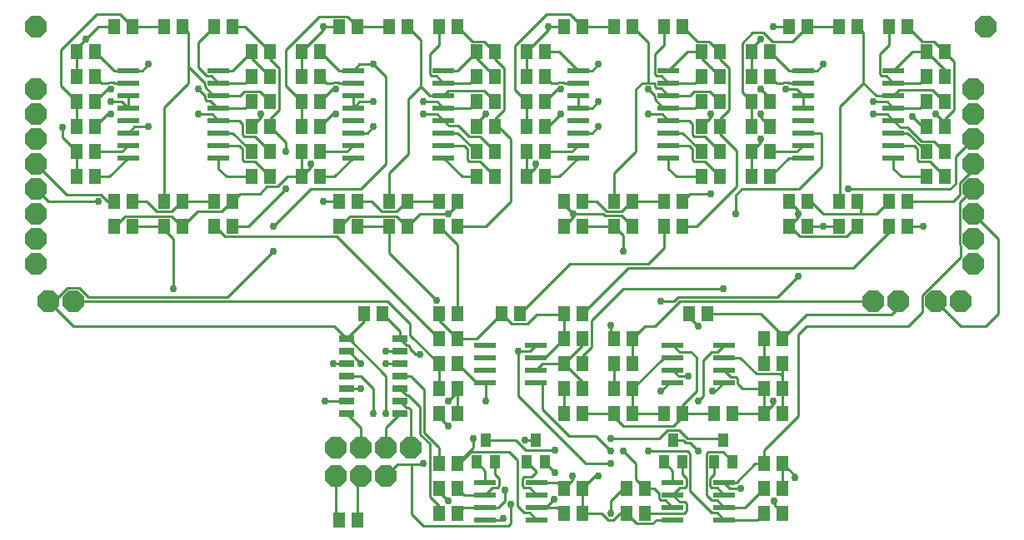
<source format=gbr>
G04 EAGLE Gerber RS-274X export*
G75*
%MOMM*%
%FSLAX34Y34*%
%LPD*%
%INTop Copper*%
%IPPOS*%
%AMOC8*
5,1,8,0,0,1.08239X$1,22.5*%
G01*
%ADD10P,2.336880X8X22.500000*%
%ADD11R,1.300000X1.500000*%
%ADD12R,2.200000X0.600000*%
%ADD13R,1.000000X1.400000*%
%ADD14R,1.528000X0.650000*%
%ADD15C,0.254000*%
%ADD16C,0.756400*%


D10*
X977900Y355600D03*
X977900Y279400D03*
X25400Y457200D03*
D11*
X352400Y317500D03*
X333400Y317500D03*
X123800Y317500D03*
X104800Y317500D03*
X784200Y76200D03*
X765200Y76200D03*
X581000Y50800D03*
X562000Y50800D03*
X631800Y177800D03*
X612800Y177800D03*
X663600Y127000D03*
X682600Y127000D03*
X784200Y177800D03*
X765200Y177800D03*
X765200Y152400D03*
X784200Y152400D03*
X771500Y368300D03*
X752500Y368300D03*
X771500Y393700D03*
X752500Y393700D03*
X771500Y469900D03*
X752500Y469900D03*
X542900Y368300D03*
X523900Y368300D03*
X542900Y393700D03*
X523900Y393700D03*
X542900Y469900D03*
X523900Y469900D03*
X314300Y368300D03*
X295300Y368300D03*
X314300Y393700D03*
X295300Y393700D03*
X314300Y469900D03*
X295300Y469900D03*
X85700Y368300D03*
X66700Y368300D03*
X85700Y393700D03*
X66700Y393700D03*
X85700Y469900D03*
X66700Y469900D03*
X771500Y495300D03*
X752500Y495300D03*
X720700Y368300D03*
X701700Y368300D03*
X720700Y393700D03*
X701700Y393700D03*
X492100Y368300D03*
X473100Y368300D03*
X492100Y393700D03*
X473100Y393700D03*
X263500Y368300D03*
X244500Y368300D03*
X263500Y393700D03*
X244500Y393700D03*
X949300Y368300D03*
X930300Y368300D03*
X949300Y393700D03*
X930300Y393700D03*
X949300Y469900D03*
X930300Y469900D03*
X949300Y444500D03*
X930300Y444500D03*
X720700Y469900D03*
X701700Y469900D03*
X720700Y444500D03*
X701700Y444500D03*
X492100Y469900D03*
X473100Y469900D03*
X492100Y444500D03*
X473100Y444500D03*
X263500Y469900D03*
X244500Y469900D03*
X263500Y444500D03*
X244500Y444500D03*
X809600Y520700D03*
X790600Y520700D03*
X581000Y520700D03*
X562000Y520700D03*
X352400Y520700D03*
X333400Y520700D03*
X123800Y520700D03*
X104800Y520700D03*
X581000Y127000D03*
X562000Y127000D03*
X930300Y419100D03*
X949300Y419100D03*
X892200Y342900D03*
X911200Y342900D03*
X581000Y342900D03*
X562000Y342900D03*
X435000Y342900D03*
X454000Y342900D03*
X206400Y342900D03*
X225400Y342900D03*
X498500Y228600D03*
X517500Y228600D03*
X562000Y228600D03*
X581000Y228600D03*
X435000Y228600D03*
X454000Y228600D03*
X454000Y203200D03*
X435000Y203200D03*
X809600Y342900D03*
X790600Y342900D03*
X663600Y342900D03*
X682600Y342900D03*
X454000Y127000D03*
X435000Y127000D03*
X352400Y342900D03*
X333400Y342900D03*
X123800Y342900D03*
X104800Y342900D03*
X542900Y495300D03*
X523900Y495300D03*
X314300Y495300D03*
X295300Y495300D03*
X85700Y495300D03*
X66700Y495300D03*
X841400Y317500D03*
X860400Y317500D03*
X358800Y228600D03*
X377800Y228600D03*
X612800Y317500D03*
X631800Y317500D03*
D10*
X25400Y330200D03*
X25400Y431800D03*
X25400Y406400D03*
X977900Y431800D03*
X977900Y304800D03*
X25400Y520700D03*
X990600Y520700D03*
X965200Y241300D03*
D12*
X672500Y184150D03*
X724500Y184150D03*
X672500Y196850D03*
X672500Y171450D03*
X672500Y158750D03*
X724500Y196850D03*
X724500Y171450D03*
X724500Y158750D03*
X672500Y44450D03*
X724500Y44450D03*
X672500Y57150D03*
X672500Y31750D03*
X672500Y19050D03*
X724500Y57150D03*
X724500Y31750D03*
X724500Y19050D03*
X482000Y44450D03*
X534000Y44450D03*
X482000Y57150D03*
X482000Y31750D03*
X482000Y19050D03*
X534000Y57150D03*
X534000Y31750D03*
X534000Y19050D03*
D10*
X876300Y241300D03*
X977900Y457200D03*
X901700Y241300D03*
X977900Y381000D03*
X977900Y406400D03*
X25400Y355600D03*
X25400Y381000D03*
D12*
X804900Y463550D03*
X896900Y438150D03*
X804900Y476250D03*
X804900Y450850D03*
X804900Y438150D03*
X896900Y450850D03*
X896900Y425450D03*
X896900Y412750D03*
X804900Y412750D03*
X896900Y387350D03*
X804900Y425450D03*
X804900Y400050D03*
X896900Y400050D03*
X804900Y387350D03*
X896900Y463550D03*
X896900Y476250D03*
X576300Y463550D03*
X668300Y438150D03*
X576300Y476250D03*
X576300Y450850D03*
X576300Y438150D03*
X668300Y450850D03*
X668300Y425450D03*
X668300Y412750D03*
X576300Y412750D03*
X668300Y387350D03*
X576300Y425450D03*
X576300Y400050D03*
X668300Y400050D03*
X576300Y387350D03*
X668300Y463550D03*
X668300Y476250D03*
X347700Y463550D03*
X439700Y438150D03*
X347700Y476250D03*
X347700Y450850D03*
X347700Y438150D03*
X439700Y450850D03*
X439700Y425450D03*
X439700Y412750D03*
X347700Y412750D03*
X439700Y387350D03*
X347700Y425450D03*
X347700Y400050D03*
X439700Y400050D03*
X347700Y387350D03*
X439700Y463550D03*
X439700Y476250D03*
X119100Y463550D03*
X211100Y438150D03*
X119100Y476250D03*
X119100Y450850D03*
X119100Y438150D03*
X211100Y450850D03*
X211100Y425450D03*
X211100Y412750D03*
X119100Y412750D03*
X211100Y387350D03*
X119100Y425450D03*
X119100Y400050D03*
X211100Y400050D03*
X119100Y387350D03*
X211100Y463550D03*
X211100Y476250D03*
D13*
X673100Y99900D03*
X682600Y77900D03*
X663600Y77900D03*
X723900Y99900D03*
X733400Y77900D03*
X714400Y77900D03*
X482600Y99900D03*
X492100Y77900D03*
X473100Y77900D03*
X533400Y99900D03*
X542900Y77900D03*
X523900Y77900D03*
D11*
X435000Y177800D03*
X454000Y177800D03*
X454000Y152400D03*
X435000Y152400D03*
X625500Y50800D03*
X644500Y50800D03*
X562000Y317500D03*
X581000Y317500D03*
X625500Y25400D03*
X644500Y25400D03*
X765200Y25400D03*
X784200Y25400D03*
X809600Y317500D03*
X790600Y317500D03*
X765200Y50800D03*
X784200Y50800D03*
X435000Y25400D03*
X454000Y25400D03*
X403200Y317500D03*
X384200Y317500D03*
X435000Y50800D03*
X454000Y50800D03*
X454000Y76200D03*
X435000Y76200D03*
X155600Y317500D03*
X174600Y317500D03*
X562000Y25400D03*
X581000Y25400D03*
X612800Y152400D03*
X631800Y152400D03*
X612800Y203200D03*
X631800Y203200D03*
X612800Y127000D03*
X631800Y127000D03*
X765200Y203200D03*
X784200Y203200D03*
X689000Y228600D03*
X708000Y228600D03*
X784200Y127000D03*
X765200Y127000D03*
X733400Y127000D03*
X714400Y127000D03*
X930300Y495300D03*
X949300Y495300D03*
X892200Y520700D03*
X911200Y520700D03*
X860400Y520700D03*
X841400Y520700D03*
X771500Y444500D03*
X752500Y444500D03*
X771500Y419100D03*
X752500Y419100D03*
X701700Y495300D03*
X720700Y495300D03*
X663600Y520700D03*
X682600Y520700D03*
X631800Y520700D03*
X612800Y520700D03*
X542900Y444500D03*
X523900Y444500D03*
X542900Y419100D03*
X523900Y419100D03*
X473100Y495300D03*
X492100Y495300D03*
X435000Y520700D03*
X454000Y520700D03*
X403200Y520700D03*
X384200Y520700D03*
X314300Y444500D03*
X295300Y444500D03*
X314300Y419100D03*
X295300Y419100D03*
X244500Y495300D03*
X263500Y495300D03*
X206400Y520700D03*
X225400Y520700D03*
X174600Y520700D03*
X155600Y520700D03*
X85700Y444500D03*
X66700Y444500D03*
X85700Y419100D03*
X66700Y419100D03*
X562000Y203200D03*
X581000Y203200D03*
X841400Y342900D03*
X860400Y342900D03*
X612800Y342900D03*
X631800Y342900D03*
X384200Y342900D03*
X403200Y342900D03*
X155600Y342900D03*
X174600Y342900D03*
X562000Y177800D03*
X581000Y177800D03*
D10*
X939800Y241300D03*
X977900Y330200D03*
X38100Y241300D03*
X63500Y241300D03*
X25400Y279400D03*
D14*
X341190Y203200D03*
X341190Y190500D03*
X341190Y177800D03*
X341190Y165100D03*
X341190Y152400D03*
X341190Y139700D03*
X341190Y127000D03*
X395410Y127000D03*
X395410Y139700D03*
X395410Y152400D03*
X395410Y165100D03*
X395410Y177800D03*
X395410Y190500D03*
X395410Y203200D03*
D10*
X25400Y304800D03*
X355600Y92710D03*
X381000Y92710D03*
X406400Y92710D03*
X330200Y92710D03*
X381000Y63500D03*
X330200Y63500D03*
X355600Y63500D03*
D11*
X352400Y19050D03*
X333400Y19050D03*
D12*
X481400Y184150D03*
X533400Y184150D03*
X481400Y196850D03*
X481400Y171450D03*
X481400Y158750D03*
X533400Y196850D03*
X533400Y171450D03*
X533400Y158750D03*
D11*
X701700Y419100D03*
X720700Y419100D03*
X473100Y419100D03*
X492100Y419100D03*
X244500Y419100D03*
X263500Y419100D03*
X911200Y317500D03*
X892200Y317500D03*
X663600Y317500D03*
X682600Y317500D03*
X435000Y317500D03*
X454000Y317500D03*
X206400Y317500D03*
X225400Y317500D03*
X581000Y152400D03*
X562000Y152400D03*
D15*
X581000Y50800D02*
X581000Y25400D01*
X606876Y18824D02*
X612324Y18824D01*
X600300Y25400D02*
X581000Y25400D01*
X618900Y25400D02*
X625500Y25400D01*
X606876Y18824D02*
X600300Y25400D01*
X612324Y18824D02*
X618900Y25400D01*
X656101Y19050D02*
X672500Y19050D01*
X656101Y19050D02*
X652157Y15106D01*
X635794Y15106D01*
X625500Y25400D01*
X790600Y311100D02*
X790600Y317500D01*
X804900Y438150D02*
X804900Y450850D01*
X523900Y393700D02*
X523900Y368300D01*
X576300Y438150D02*
X576300Y450850D01*
X562000Y342900D02*
X562000Y339926D01*
X571500Y330426D01*
D16*
X571500Y330426D03*
D15*
X533400Y377800D02*
X523900Y368300D01*
X533400Y377800D02*
X533400Y381000D01*
D16*
X533400Y381000D03*
D15*
X347700Y438150D02*
X347700Y450850D01*
X752500Y495300D02*
X752500Y498500D01*
X762000Y508000D01*
D16*
X762000Y508000D03*
D15*
X119100Y450850D02*
X119100Y438150D01*
X66700Y495300D02*
X66700Y498500D01*
X76200Y508000D01*
D16*
X76200Y508000D03*
D15*
X88900Y520700D02*
X104800Y520700D01*
X88900Y520700D02*
X76200Y508000D01*
X581000Y50800D02*
X593700Y63500D01*
X596900Y63500D01*
D16*
X596900Y63500D03*
D15*
X784200Y50800D02*
X784200Y76200D01*
X796290Y64110D01*
X796290Y62230D01*
D16*
X796290Y62230D03*
D15*
X435000Y50800D02*
X435000Y47600D01*
X444500Y38100D01*
D16*
X444500Y38100D03*
D15*
X482000Y19050D02*
X498884Y19050D01*
X500380Y20546D01*
D16*
X500380Y20546D03*
D15*
X800100Y333400D02*
X790600Y342900D01*
X800100Y333400D02*
X800100Y330200D01*
D16*
X800100Y330200D03*
D15*
X752500Y368300D02*
X752500Y393700D01*
X762000Y403200D02*
X762000Y406400D01*
X762000Y403200D02*
X752500Y393700D01*
D16*
X762000Y406400D03*
D15*
X804900Y450850D02*
X798550Y457200D01*
X787400Y457200D01*
D16*
X787400Y457200D03*
D15*
X119100Y438150D02*
X112750Y444500D01*
X101600Y444500D01*
D16*
X101600Y444500D03*
D15*
X52443Y407957D02*
X66700Y393700D01*
X52443Y407957D02*
X52443Y418203D01*
D16*
X52443Y418203D03*
D15*
X104800Y517500D02*
X104800Y520700D01*
X454000Y342900D02*
X454000Y339700D01*
X444500Y330200D01*
D16*
X444500Y330200D03*
D15*
X669290Y158750D02*
X672500Y158750D01*
X669290Y158750D02*
X660400Y149860D01*
D16*
X660400Y149860D03*
D15*
X66700Y368300D02*
X66700Y393700D01*
X774700Y520700D02*
X790600Y520700D01*
D16*
X774700Y520700D03*
D15*
X689000Y225400D02*
X698500Y215900D01*
X689000Y225400D02*
X689000Y228600D01*
D16*
X698500Y215900D03*
D15*
X562000Y520700D02*
X546100Y520700D01*
D16*
X546100Y520700D03*
D15*
X295300Y368300D02*
X294151Y368300D01*
X295300Y368300D02*
X295300Y393700D01*
X252730Y350520D02*
X233020Y350520D01*
X225400Y342900D01*
X317500Y520700D02*
X333400Y520700D01*
D16*
X317500Y520700D03*
D15*
X609600Y206400D02*
X612800Y203200D01*
X609600Y206400D02*
X609600Y217170D01*
D16*
X609600Y217170D03*
D15*
X395410Y210990D02*
X377800Y228600D01*
X395410Y210990D02*
X395410Y203200D01*
X330200Y22250D02*
X333400Y19050D01*
X330200Y22250D02*
X330200Y63500D01*
X523900Y495300D02*
X546100Y517500D01*
X546100Y520700D01*
X576300Y438150D02*
X590550Y438150D01*
X596900Y444500D01*
D16*
X596900Y444500D03*
D15*
X317500Y517500D02*
X295300Y495300D01*
X317500Y517500D02*
X317500Y520700D01*
X295300Y495300D02*
X295300Y469900D01*
X523900Y469900D02*
X523900Y495300D01*
X752500Y495300D02*
X752500Y469900D01*
X66700Y469900D02*
X66700Y495300D01*
X701700Y419100D02*
X711200Y428600D01*
X711200Y431800D01*
D16*
X711200Y431800D03*
D15*
X473100Y422300D02*
X473100Y419100D01*
X473100Y422300D02*
X482600Y431800D01*
D16*
X482600Y431800D03*
D15*
X254000Y428600D02*
X244500Y419100D01*
X254000Y428600D02*
X254000Y431800D01*
D16*
X254000Y431800D03*
D15*
X925830Y419100D02*
X930300Y419100D01*
X925830Y419100D02*
X915670Y429260D01*
D16*
X915670Y429260D03*
D15*
X260216Y358006D02*
X252730Y350520D01*
X260216Y358006D02*
X271157Y358006D01*
X281451Y368300D02*
X295300Y368300D01*
X281451Y368300D02*
X271157Y358006D01*
X333400Y317500D02*
X334449Y317500D01*
X402151Y317500D02*
X403200Y317500D01*
X344743Y327794D02*
X334449Y317500D01*
X391857Y327794D02*
X402151Y317500D01*
X391857Y327794D02*
X344743Y327794D01*
X403200Y317500D02*
X415900Y330200D01*
X444500Y330200D01*
X105849Y317500D02*
X104800Y317500D01*
X173551Y317500D02*
X174600Y317500D01*
X116143Y327794D02*
X105849Y317500D01*
X163257Y327794D02*
X173551Y317500D01*
X163257Y327794D02*
X116143Y327794D01*
X224351Y342900D02*
X225400Y342900D01*
X224351Y342900D02*
X214057Y332606D01*
X189706Y332606D02*
X174600Y317500D01*
X189706Y332606D02*
X214057Y332606D01*
X790600Y317500D02*
X800100Y327000D01*
X800100Y330200D01*
X859351Y317500D02*
X860400Y317500D01*
X791649Y317500D02*
X790600Y317500D01*
X849057Y307206D02*
X859351Y317500D01*
X801943Y307206D02*
X791649Y317500D01*
X801943Y307206D02*
X849057Y307206D01*
X631800Y317500D02*
X620758Y328542D01*
X603459Y328542D02*
X601575Y330426D01*
X571500Y330426D01*
X603459Y328542D02*
X620758Y328542D01*
X571500Y327000D02*
X562000Y317500D01*
X571500Y327000D02*
X571500Y330426D01*
X304800Y377800D02*
X295300Y368300D01*
X304800Y377800D02*
X304800Y381000D01*
D16*
X304800Y381000D03*
D15*
X347700Y438150D02*
X354050Y444500D01*
X368300Y444500D01*
D16*
X368300Y444500D03*
D15*
X454000Y177800D02*
X473050Y158750D01*
X481400Y158750D01*
X482600Y157550D01*
X482600Y139700D01*
D16*
X482600Y139700D03*
D15*
X416050Y187450D02*
X411160Y187450D01*
D16*
X416050Y187450D03*
D15*
X402066Y196544D02*
X395410Y203200D01*
X402066Y196544D02*
X404207Y196544D01*
X405844Y194907D01*
X405844Y192766D01*
X411160Y187450D01*
D16*
X698500Y139700D03*
D15*
X712343Y189944D02*
X717594Y189944D01*
X724500Y196850D01*
X703580Y181181D02*
X703580Y144780D01*
X698500Y139700D01*
X703580Y181181D02*
X712343Y189944D01*
D16*
X609600Y76200D03*
X515620Y190500D03*
D15*
X527050Y190500D01*
X533400Y196850D01*
X515620Y190500D02*
X515620Y144780D01*
X584200Y76200D02*
X609600Y76200D01*
X584200Y76200D02*
X515620Y144780D01*
X756250Y76200D02*
X765200Y76200D01*
X756250Y76200D02*
X737200Y57150D01*
X724500Y57150D01*
X555650Y57150D02*
X534000Y57150D01*
X555650Y57150D02*
X562000Y50800D01*
X724500Y57150D02*
X730850Y50800D01*
X741680Y50800D01*
D16*
X741680Y50800D03*
X570230Y63500D03*
D15*
X790550Y476250D02*
X771500Y495300D01*
X790550Y476250D02*
X804900Y476250D01*
X819150Y476250D02*
X825500Y482600D01*
X819150Y476250D02*
X804900Y476250D01*
D16*
X825500Y482600D03*
D15*
X596900Y482600D02*
X590550Y476250D01*
X576300Y476250D01*
D16*
X596900Y482600D03*
D15*
X354050Y482600D02*
X347700Y476250D01*
X354050Y482600D02*
X368300Y482600D01*
D16*
X368300Y482600D03*
D15*
X104750Y476250D02*
X85700Y495300D01*
X104750Y476250D02*
X119100Y476250D01*
X133350Y476250D02*
X139700Y482600D01*
X133350Y476250D02*
X119100Y476250D01*
D16*
X139700Y482600D03*
D15*
X570230Y63500D02*
X570230Y59030D01*
X562000Y50800D01*
D16*
X507774Y34924D03*
D15*
X507774Y15014D01*
X505460Y12700D01*
X419100Y12700D01*
X911860Y215900D02*
X926211Y230251D01*
X808258Y215900D02*
X799844Y207486D01*
X799844Y124693D01*
X765200Y90049D02*
X765200Y76200D01*
X765200Y90049D02*
X799844Y124693D01*
X808258Y215900D02*
X911860Y215900D01*
X358800Y220810D02*
X341190Y203200D01*
X358800Y220810D02*
X358800Y228600D01*
D16*
X381000Y127000D03*
D15*
X381000Y165531D02*
X343331Y203200D01*
X341190Y203200D01*
X381000Y165531D02*
X381000Y127000D01*
D16*
X419100Y76200D03*
D15*
X392811Y75311D02*
X381000Y63500D01*
X392811Y75311D02*
X407289Y75311D01*
X407289Y24511D02*
X419100Y12700D01*
X407289Y24511D02*
X407289Y75311D01*
X333350Y476250D02*
X314300Y495300D01*
X333350Y476250D02*
X347700Y476250D01*
X542900Y495300D02*
X557250Y495300D01*
X576300Y476250D01*
X435000Y127000D02*
X435000Y123800D01*
X444500Y114300D01*
D16*
X444500Y114300D03*
D15*
X63500Y215900D02*
X38100Y241300D01*
X328490Y215900D02*
X341190Y203200D01*
X328490Y215900D02*
X63500Y215900D01*
X964311Y299171D02*
X965200Y298282D01*
X964311Y299171D02*
X964311Y342011D01*
X977900Y355600D01*
X926211Y246929D02*
X926211Y230251D01*
X926211Y246929D02*
X965200Y285918D01*
X965200Y298282D01*
X381000Y469900D02*
X368300Y482600D01*
X381000Y469900D02*
X381000Y381000D01*
X355600Y355600D02*
X304800Y355600D01*
X266700Y317500D01*
D16*
X266700Y317500D03*
X266700Y292100D03*
D15*
X219964Y245364D01*
X69129Y254889D02*
X57871Y254889D01*
X78654Y245364D02*
X219964Y245364D01*
X44282Y241300D02*
X38100Y241300D01*
X69129Y254889D02*
X78654Y245364D01*
X57871Y254889D02*
X44282Y241300D01*
X355600Y355600D02*
X381000Y381000D01*
X407289Y75311D02*
X418211Y75311D01*
X419100Y76200D01*
D16*
X712470Y149860D03*
D15*
X715610Y149860D01*
X724500Y158750D01*
D16*
X688340Y165100D03*
D15*
X678850Y165100D02*
X672500Y171450D01*
X678850Y165100D02*
X688340Y165100D01*
D16*
X609600Y88900D03*
D15*
X539750Y158750D02*
X533400Y158750D01*
X594494Y104006D02*
X609600Y88900D01*
X567043Y104006D02*
X540006Y131043D01*
X540006Y158494D02*
X539750Y158750D01*
X540006Y158494D02*
X540006Y131043D01*
X567043Y104006D02*
X594494Y104006D01*
X775236Y38100D02*
X775236Y34364D01*
X784200Y25400D01*
D16*
X775236Y38100D03*
D15*
X381000Y92710D02*
X381000Y112590D01*
X395410Y127000D01*
D16*
X609600Y25400D03*
D15*
X622300Y50800D02*
X625500Y50800D01*
X622300Y50800D02*
X609600Y38100D01*
X609600Y25400D01*
X404207Y133044D02*
X402066Y133044D01*
X395410Y139700D01*
X404207Y133044D02*
X406400Y130851D01*
X406400Y92710D01*
X402066Y145744D02*
X395410Y152400D01*
X402066Y145744D02*
X404207Y145744D01*
X435000Y32849D02*
X435000Y25400D01*
X435000Y32849D02*
X425706Y42143D01*
X425706Y96199D02*
X416052Y105853D01*
X416052Y133899D02*
X404207Y145744D01*
X416052Y133899D02*
X416052Y105853D01*
X425706Y96199D02*
X425706Y42143D01*
X406400Y165100D02*
X395410Y165100D01*
X420116Y151384D02*
X420116Y107537D01*
X435000Y92653D02*
X435000Y76200D01*
X435000Y92653D02*
X420116Y107537D01*
X420116Y151384D02*
X406400Y165100D01*
X454000Y152400D02*
X454000Y127000D01*
X355600Y152400D02*
X341190Y152400D01*
D16*
X355600Y152400D03*
X444500Y139700D03*
D15*
X454000Y149200D01*
X454000Y152400D01*
X435000Y152400D02*
X435000Y177800D01*
X405844Y206956D01*
X405844Y218507D01*
X383051Y241300D01*
X63500Y241300D01*
X644500Y50800D02*
X653450Y50800D01*
X665594Y38656D02*
X672500Y31750D01*
X665594Y38656D02*
X660343Y38656D01*
X658706Y40293D01*
X658706Y45544D01*
X653450Y50800D01*
D16*
X622300Y292100D03*
X622300Y89006D03*
D15*
X635000Y76306D01*
X635000Y60300D02*
X644500Y50800D01*
X635000Y60300D02*
X635000Y76306D01*
X612800Y317500D02*
X581000Y317500D01*
X612800Y317500D02*
X622300Y308000D01*
X622300Y292100D01*
X686294Y35907D02*
X686294Y27593D01*
X686294Y35907D02*
X684657Y37544D01*
X679406Y37544D01*
X672500Y44450D01*
X686294Y27593D02*
X684101Y25400D01*
X644500Y25400D01*
X686294Y52993D02*
X686294Y61307D01*
X686294Y52993D02*
X684657Y51356D01*
X679406Y51356D01*
X672500Y44450D01*
X682600Y65001D02*
X682600Y77900D01*
X682600Y65001D02*
X686294Y61307D01*
X672500Y57150D02*
X672500Y69000D01*
X663600Y77900D01*
D16*
X698500Y88900D03*
D15*
X683304Y99900D02*
X673100Y99900D01*
X683304Y99900D02*
X685668Y97536D01*
X689864Y97536D01*
X698500Y88900D01*
X804900Y412750D02*
X822851Y412750D01*
D16*
X736600Y330200D03*
D15*
X736600Y349250D01*
X742816Y355466D01*
X801127Y355466D02*
X823774Y378113D01*
X823774Y411827D02*
X822851Y412750D01*
X801127Y355466D02*
X742816Y355466D01*
X823774Y378113D02*
X823774Y411827D01*
X765200Y25400D02*
X758850Y19050D01*
X724500Y19050D01*
D16*
X647700Y88900D03*
D15*
X717594Y25956D02*
X724500Y19050D01*
X717594Y25956D02*
X712343Y25956D01*
X690394Y47905D01*
X690394Y86057D01*
X687551Y88900D01*
X647700Y88900D01*
D16*
X660400Y241300D03*
D15*
X673703Y241300D01*
X677767Y245364D01*
X778764Y245364D02*
X800100Y266700D01*
D16*
X800100Y266700D03*
X825500Y317140D03*
D15*
X778764Y245364D02*
X677767Y245364D01*
X809600Y317500D02*
X825140Y317500D01*
X825500Y317140D01*
X841040Y317140D01*
X841400Y317500D01*
X717594Y51356D02*
X724500Y44450D01*
X717594Y51356D02*
X712343Y51356D01*
X710706Y52993D01*
X710706Y61307D01*
X714400Y65001D02*
X714400Y77900D01*
X714400Y65001D02*
X710706Y61307D01*
X724500Y31750D02*
X746150Y31750D01*
X765200Y50800D01*
X708243Y87694D02*
X706606Y86057D01*
X712343Y38656D02*
X717594Y38656D01*
X724500Y31750D01*
X706606Y44393D02*
X706606Y86057D01*
X706606Y44393D02*
X712343Y38656D01*
X733400Y77900D02*
X723606Y87694D01*
X708243Y87694D01*
X590550Y412750D02*
X596900Y419100D01*
X590550Y412750D02*
X576300Y412750D01*
D16*
X596900Y419100D03*
X609600Y101600D03*
D15*
X722200Y101600D02*
X723900Y99900D01*
X679257Y109694D02*
X666943Y109694D01*
X658849Y101600D02*
X609600Y101600D01*
X687351Y101600D02*
X722200Y101600D01*
X666943Y109694D02*
X658849Y101600D01*
X679257Y109694D02*
X687351Y101600D01*
X460350Y31750D02*
X454000Y25400D01*
X460350Y31750D02*
X482000Y31750D01*
D16*
X501650Y49530D03*
D15*
X495300Y31750D02*
X482000Y31750D01*
X495300Y31750D02*
X501650Y38100D01*
X501650Y49530D01*
X384200Y317500D02*
X352400Y317500D01*
X384200Y317500D02*
X384200Y290170D01*
X432435Y241935D01*
D16*
X432435Y241935D03*
D15*
X473100Y77900D02*
X482000Y69000D01*
X482000Y57150D01*
X460350Y44450D02*
X454000Y50800D01*
X460350Y44450D02*
X482000Y44450D01*
X495794Y52993D02*
X495794Y61307D01*
X495794Y52993D02*
X494157Y51356D01*
X488906Y51356D01*
X482000Y44450D01*
X492100Y65001D02*
X492100Y77900D01*
X492100Y65001D02*
X495794Y61307D01*
D16*
X552450Y90170D03*
X368300Y419100D03*
D15*
X361950Y412750D01*
X347700Y412750D01*
X482600Y99900D02*
X513100Y99900D01*
X522894Y90106D01*
X522958Y90170D01*
X539621Y90170D02*
X552450Y90170D01*
X539621Y90170D02*
X539557Y90106D01*
X527243Y90106D01*
X527179Y90170D01*
X522958Y90170D01*
X455449Y76200D02*
X454000Y76200D01*
X455449Y76200D02*
X466943Y87694D01*
X521843Y25956D02*
X527094Y25956D01*
X534000Y19050D01*
X514350Y33449D02*
X514350Y80010D01*
X506666Y87694D01*
X514350Y33449D02*
X521843Y25956D01*
X506666Y87694D02*
X466943Y87694D01*
X152400Y317500D02*
X123800Y317500D01*
X152400Y317500D02*
X155600Y317500D01*
X454000Y76200D02*
X469900Y92100D01*
X469900Y101600D01*
D16*
X469900Y101600D03*
X165100Y254000D03*
D15*
X165100Y304800D01*
X152400Y317500D01*
X555650Y31750D02*
X562000Y25400D01*
X555650Y31750D02*
X534000Y31750D01*
X543560Y31750D01*
X551553Y39743D01*
D16*
X551553Y39743D03*
X552450Y67310D03*
D15*
X542900Y76860D01*
X542900Y77900D01*
X534000Y67800D02*
X523900Y77900D01*
X521843Y62944D02*
X520206Y61307D01*
X520206Y52993D01*
X521843Y51356D01*
X529144Y62944D02*
X534000Y67800D01*
X529144Y62944D02*
X521843Y62944D01*
X521843Y51356D02*
X527094Y51356D01*
X534000Y44450D01*
D16*
X521970Y100330D03*
X139700Y419100D03*
D15*
X125450Y419100D01*
X119100Y412750D01*
X532970Y100330D02*
X533400Y99900D01*
X532970Y100330D02*
X521970Y100330D01*
X631800Y177800D02*
X631800Y203200D01*
X679450Y241300D02*
X876300Y241300D01*
X644500Y215900D02*
X631800Y203200D01*
X654050Y215900D02*
X679450Y241300D01*
X654050Y215900D02*
X644500Y215900D01*
X612800Y177800D02*
X612800Y152400D01*
X631800Y127000D02*
X663600Y127000D01*
X631800Y127000D02*
X631800Y152400D01*
X663550Y184150D01*
X672500Y184150D01*
X784200Y177800D02*
X784200Y165100D01*
X784200Y152400D01*
X784200Y127000D01*
X740899Y184150D02*
X724500Y184150D01*
X781794Y167506D02*
X784200Y165100D01*
X757543Y167506D02*
X740899Y184150D01*
X757543Y167506D02*
X781794Y167506D01*
X765200Y177800D02*
X765200Y203200D01*
X901700Y234782D02*
X901700Y241300D01*
X901700Y234782D02*
X894629Y227711D01*
X785800Y204800D02*
X784200Y203200D01*
X785800Y204800D02*
X808711Y227711D01*
X894629Y227711D01*
X762000Y228600D02*
X708000Y228600D01*
X762000Y228600D02*
X785800Y204800D01*
X765200Y152400D02*
X765200Y127000D01*
X733400Y127000D01*
X743550Y152400D02*
X765200Y152400D01*
X743550Y152400D02*
X738294Y157656D01*
X738294Y162907D01*
X736657Y164544D01*
X731406Y164544D01*
X724500Y171450D01*
X765200Y127000D02*
X774700Y136500D01*
X774700Y139700D01*
D16*
X774700Y139700D03*
D15*
X771500Y368300D02*
X790550Y387350D01*
X804900Y387350D01*
X777850Y463550D02*
X771500Y469900D01*
X777850Y463550D02*
X784450Y463550D01*
X784676Y463776D01*
X790124Y463776D01*
X790350Y463550D01*
X804900Y463550D01*
X576300Y387350D02*
X557250Y368300D01*
X542900Y368300D01*
X569950Y393700D02*
X576300Y400050D01*
X569950Y393700D02*
X542900Y393700D01*
X549250Y463550D02*
X542900Y469900D01*
X549250Y463550D02*
X555850Y463550D01*
X556076Y463776D01*
X561524Y463776D01*
X561750Y463550D01*
X576300Y463550D01*
X347700Y387350D02*
X328650Y368300D01*
X314300Y368300D01*
X341350Y393700D02*
X347700Y400050D01*
X341350Y393700D02*
X314300Y393700D01*
X320650Y463550D02*
X314300Y469900D01*
X320650Y463550D02*
X327250Y463550D01*
X327476Y463776D01*
X332924Y463776D01*
X333150Y463550D01*
X347700Y463550D01*
X100050Y368300D02*
X85700Y368300D01*
X100050Y368300D02*
X119100Y387350D01*
X112750Y393700D02*
X119100Y400050D01*
X112750Y393700D02*
X85700Y393700D01*
X92050Y463550D02*
X85700Y469900D01*
X92050Y463550D02*
X98650Y463550D01*
X98876Y463776D01*
X104324Y463776D01*
X104550Y463550D01*
X119100Y463550D01*
X204750Y431800D02*
X211100Y425450D01*
X204750Y431800D02*
X190500Y431800D01*
X98400Y431800D02*
X85700Y419100D01*
X98400Y431800D02*
X101600Y431800D01*
D16*
X101600Y431800D03*
X190500Y431800D03*
D15*
X211100Y425450D02*
X231750Y425450D01*
X248394Y408806D02*
X263500Y393700D01*
X248394Y408806D02*
X236843Y408806D01*
X235206Y410443D01*
X235206Y421994D01*
X231750Y425450D01*
X225450Y412750D02*
X244500Y393700D01*
X225450Y412750D02*
X211100Y412750D01*
X211100Y400050D02*
X231750Y400050D01*
X248394Y383406D02*
X263500Y368300D01*
X248394Y383406D02*
X236843Y383406D01*
X235206Y385043D01*
X235206Y396594D01*
X231750Y400050D01*
X219100Y368300D02*
X244500Y368300D01*
X219100Y368300D02*
X211100Y376300D01*
X211100Y387350D01*
X314300Y419100D02*
X327000Y431800D01*
X330200Y431800D01*
D16*
X330200Y431800D03*
X419100Y431800D03*
D15*
X433350Y431800D01*
X439700Y425450D01*
X445275Y419875D01*
X476994Y408806D02*
X492100Y393700D01*
X476994Y408806D02*
X465443Y408806D01*
X454374Y419875D02*
X445275Y419875D01*
X454374Y419875D02*
X465443Y408806D01*
X454050Y412750D02*
X473100Y393700D01*
X454050Y412750D02*
X439700Y412750D01*
X439700Y400050D02*
X460350Y400050D01*
X476994Y383406D02*
X492100Y368300D01*
X476994Y383406D02*
X465443Y383406D01*
X463806Y385043D01*
X463806Y396594D01*
X460350Y400050D01*
X458750Y368300D02*
X473100Y368300D01*
X458750Y368300D02*
X439700Y387350D01*
X546100Y419100D02*
X558800Y431800D01*
X546100Y419100D02*
X542900Y419100D01*
D16*
X558800Y431800D03*
X647700Y431800D03*
D15*
X661950Y431800D01*
X668300Y425450D01*
X688950Y425450D01*
X705594Y408806D02*
X720700Y393700D01*
X705594Y408806D02*
X694043Y408806D01*
X692406Y410443D01*
X692406Y421994D01*
X688950Y425450D01*
X682650Y412750D02*
X701700Y393700D01*
X682650Y412750D02*
X668300Y412750D01*
X668300Y400050D02*
X688950Y400050D01*
X705594Y383406D02*
X720700Y368300D01*
X705594Y383406D02*
X694043Y383406D01*
X692406Y385043D01*
X692406Y396594D01*
X688950Y400050D01*
X676300Y368300D02*
X701700Y368300D01*
X676300Y368300D02*
X668300Y376300D01*
X668300Y387350D01*
D16*
X876300Y431800D03*
D15*
X890550Y431800D01*
X896125Y426225D01*
X896900Y425450D01*
X771500Y419100D02*
X762000Y428600D01*
X762000Y431800D01*
D16*
X762000Y431800D03*
D15*
X925753Y403994D02*
X937957Y403994D01*
X903806Y418544D02*
X896900Y425450D01*
X948251Y393700D02*
X949300Y393700D01*
X948251Y393700D02*
X937957Y403994D01*
X925753Y403994D02*
X911203Y418544D01*
X903806Y418544D01*
X911250Y412750D02*
X930300Y393700D01*
X911250Y412750D02*
X896900Y412750D01*
X896900Y400050D02*
X917550Y400050D01*
X934194Y383406D02*
X949300Y368300D01*
X934194Y383406D02*
X922643Y383406D01*
X921006Y385043D01*
X921006Y396594D01*
X917550Y400050D01*
X904900Y368300D02*
X930300Y368300D01*
X904900Y368300D02*
X896900Y376300D01*
X896900Y387350D01*
X896900Y450850D02*
X902694Y456644D01*
X948251Y444500D02*
X949300Y444500D01*
X936107Y456644D02*
X902694Y456644D01*
X936107Y456644D02*
X948251Y444500D01*
X866342Y514758D02*
X860400Y520700D01*
X866342Y514758D02*
X866342Y463457D01*
X842264Y439379D02*
X842264Y343764D01*
X841400Y342900D01*
X842264Y439379D02*
X866342Y463457D01*
X879250Y450850D02*
X896900Y450850D01*
X879250Y450850D02*
X879024Y451076D01*
X878723Y451076D01*
X866342Y463457D01*
X923950Y438150D02*
X930300Y444500D01*
X923950Y438150D02*
X896900Y438150D01*
D16*
X876300Y444500D03*
D15*
X890550Y444500D01*
X896900Y438150D01*
X771500Y444500D02*
X771500Y447700D01*
X762000Y457200D01*
D16*
X762000Y457200D03*
D15*
X923950Y463550D02*
X930300Y469900D01*
X923950Y463550D02*
X896900Y463550D01*
X892200Y502201D02*
X892200Y520700D01*
X892200Y502201D02*
X883106Y493107D01*
X889994Y470456D02*
X896900Y463550D01*
X889994Y470456D02*
X884743Y470456D01*
X883106Y472093D01*
X883106Y493107D01*
X896900Y476250D02*
X915950Y495300D01*
X930300Y495300D01*
X949300Y476300D01*
X949300Y469900D01*
X687350Y495300D02*
X668300Y476250D01*
X687350Y495300D02*
X701700Y495300D01*
X701700Y488900D02*
X720700Y469900D01*
X701700Y488900D02*
X701700Y495300D01*
X663600Y502201D02*
X663600Y520700D01*
X663600Y502201D02*
X654506Y493107D01*
X695350Y463550D02*
X701700Y469900D01*
X695350Y463550D02*
X668300Y463550D01*
X661394Y470456D01*
X656143Y470456D01*
X654506Y472093D01*
X654506Y493107D01*
X647700Y463550D02*
X641350Y463550D01*
X635000Y457200D01*
X635000Y393700D01*
X612800Y371500D01*
X612800Y342900D01*
X647700Y504800D02*
X631800Y520700D01*
X647700Y504800D02*
X647700Y463550D01*
X668300Y450850D02*
X690099Y450850D01*
X694043Y454794D01*
X710406Y454794D01*
X720700Y444500D01*
X668300Y450850D02*
X661394Y457756D01*
X656143Y457756D01*
X654506Y459393D01*
X654506Y463550D01*
X647700Y463550D01*
X695350Y438150D02*
X701700Y444500D01*
X695350Y438150D02*
X668300Y438150D01*
X555600Y457200D02*
X542900Y444500D01*
X555600Y457200D02*
X558800Y457200D01*
D16*
X558800Y457200D03*
X647700Y456974D03*
D15*
X654506Y450168D01*
X654506Y446693D01*
X663049Y438150D01*
X668300Y438150D01*
X492100Y469900D02*
X473100Y488900D01*
X473100Y495300D01*
X454050Y476250D01*
X439700Y476250D01*
X435000Y502201D02*
X435000Y520700D01*
X435000Y502201D02*
X425906Y493107D01*
X425906Y472093D02*
X427543Y470456D01*
X432794Y470456D01*
X439700Y463550D01*
X425906Y472093D02*
X425906Y493107D01*
X466750Y463550D02*
X473100Y469900D01*
X466750Y463550D02*
X439700Y463550D01*
X416693Y459607D02*
X403993Y446907D01*
X403993Y391293D01*
X384200Y371500D02*
X384200Y342900D01*
X384200Y371500D02*
X403993Y391293D01*
X481000Y455600D02*
X492100Y444500D01*
X439700Y450850D02*
X425450Y450850D01*
X416693Y459607D01*
X416693Y507207D01*
X403200Y520700D01*
X444450Y455600D02*
X439700Y450850D01*
X444450Y455600D02*
X481000Y455600D01*
X473100Y444500D02*
X466750Y438150D01*
X439700Y438150D01*
X327000Y457200D02*
X314300Y444500D01*
X327000Y457200D02*
X330200Y457200D01*
D16*
X330200Y457200D03*
X419100Y444500D03*
D15*
X433350Y444500D01*
X439700Y438150D01*
X98400Y457200D02*
X85700Y444500D01*
X98400Y457200D02*
X101600Y457200D01*
D16*
X101600Y457200D03*
X190500Y457200D03*
D15*
X209550Y438150D02*
X211100Y438150D01*
X197306Y450394D02*
X190500Y457200D01*
X197306Y450394D02*
X197306Y446693D01*
X198943Y445056D01*
X202644Y445056D01*
X209550Y438150D01*
X238150Y438150D02*
X244500Y444500D01*
X238150Y438150D02*
X211100Y438150D01*
X180542Y514758D02*
X174600Y520700D01*
X180542Y514758D02*
X180542Y479858D01*
X180542Y463457D01*
X155600Y438515D02*
X155600Y342900D01*
X155600Y438515D02*
X180542Y463457D01*
X197306Y463094D02*
X197306Y459393D01*
X205849Y450850D02*
X211100Y450850D01*
X205849Y450850D02*
X197306Y459393D01*
X197306Y463094D02*
X180542Y479858D01*
X211100Y450850D02*
X232899Y450850D01*
X236843Y454794D01*
X253206Y454794D01*
X263500Y444500D01*
X238150Y463550D02*
X244500Y469900D01*
X238150Y463550D02*
X211100Y463550D01*
X190500Y504800D02*
X206400Y520700D01*
X204194Y470456D02*
X198943Y470456D01*
X204194Y470456D02*
X211100Y463550D01*
X198943Y470456D02*
X190500Y478899D01*
X190500Y504800D01*
X244500Y488900D02*
X263500Y469900D01*
X244500Y488900D02*
X244500Y495300D01*
X225450Y476250D01*
X211100Y476250D01*
X809600Y520700D02*
X841400Y520700D01*
X773706Y505594D02*
X764724Y514576D01*
X794494Y505594D02*
X809600Y520700D01*
X794494Y505594D02*
X773706Y505594D01*
X764724Y514576D02*
X753825Y514576D01*
X743206Y503957D01*
X752500Y444500D02*
X752500Y419100D01*
X752500Y444500D02*
X743206Y453794D01*
X743206Y503957D01*
X523900Y444500D02*
X523900Y419100D01*
X523900Y444500D02*
X511810Y456590D01*
X511810Y501161D02*
X544049Y533400D01*
X511810Y501161D02*
X511810Y456590D01*
X581000Y520700D02*
X568300Y533400D01*
X544049Y533400D01*
X581000Y520700D02*
X612800Y520700D01*
X384200Y520700D02*
X352400Y520700D01*
X295300Y444500D02*
X295300Y419100D01*
X295300Y444500D02*
X279400Y460400D01*
X279400Y497351D02*
X313043Y530994D01*
X342106Y530994D02*
X352400Y520700D01*
X342106Y530994D02*
X313043Y530994D01*
X279400Y497351D02*
X279400Y460400D01*
X155600Y520700D02*
X123800Y520700D01*
X86849Y533400D02*
X50800Y497351D01*
X50800Y460400D01*
X86849Y533400D02*
X111100Y533400D01*
X123800Y520700D01*
X66700Y444500D02*
X66700Y419100D01*
X66700Y444500D02*
X50800Y460400D01*
X672500Y196850D02*
X679406Y189944D01*
X691007Y189944D01*
X696454Y184497D01*
X682600Y135659D02*
X682600Y127000D01*
X682600Y135659D02*
X696454Y149513D01*
X696454Y184497D01*
X685800Y127000D02*
X682600Y127000D01*
X685800Y127000D02*
X714400Y127000D01*
X612800Y127000D02*
X581000Y127000D01*
X612800Y127000D02*
X612800Y123800D01*
X622300Y114300D01*
X673100Y114300D01*
X685800Y127000D01*
X798550Y393700D02*
X804900Y400050D01*
X798550Y393700D02*
X771500Y393700D01*
X879500Y330200D02*
X892200Y342900D01*
X863600Y330200D02*
X825500Y330200D01*
X863600Y330200D02*
X879500Y330200D01*
X812800Y342900D02*
X809600Y342900D01*
X812800Y342900D02*
X825500Y330200D01*
X860400Y342900D02*
X863600Y339700D01*
X863600Y330200D01*
X663600Y342900D02*
X631800Y342900D01*
X620457Y332606D02*
X605143Y332606D01*
X594849Y342900D02*
X581000Y342900D01*
X630751Y342900D02*
X631800Y342900D01*
X605143Y332606D02*
X594849Y342900D01*
X620457Y332606D02*
X630751Y342900D01*
X435000Y342900D02*
X403200Y342900D01*
X391857Y332606D02*
X376543Y332606D01*
X366249Y342900D02*
X352400Y342900D01*
X402151Y342900D02*
X403200Y342900D01*
X376543Y332606D02*
X366249Y342900D01*
X391857Y332606D02*
X402151Y342900D01*
X206400Y342900D02*
X174600Y342900D01*
X163257Y332606D02*
X147943Y332606D01*
X137649Y342900D02*
X123800Y342900D01*
X173551Y342900D02*
X174600Y342900D01*
X147943Y332606D02*
X137649Y342900D01*
X163257Y332606D02*
X173551Y342900D01*
X977900Y330200D02*
X1003300Y304800D01*
X1003300Y228600D01*
X990600Y215900D01*
X965200Y215900D01*
X939800Y241300D01*
X957580Y342900D02*
X964311Y349631D01*
X964311Y361229D01*
X977900Y374818D02*
X977900Y381000D01*
X977900Y374818D02*
X964311Y361229D01*
X957580Y342900D02*
X911200Y342900D01*
X959864Y388364D02*
X977900Y406400D01*
D16*
X850900Y355600D03*
X711200Y350520D03*
D15*
X690220Y350520D01*
X682600Y342900D01*
X959864Y360913D02*
X959864Y388364D01*
X954551Y355600D02*
X850900Y355600D01*
X954551Y355600D02*
X959864Y360913D01*
D16*
X88900Y342900D03*
D15*
X38100Y342900D01*
X25400Y355600D01*
X317500Y342900D02*
X333400Y342900D01*
D16*
X317500Y342900D03*
D15*
X104800Y342900D02*
X98200Y342900D01*
X91624Y349476D01*
X56924Y349476D01*
X25400Y381000D01*
D16*
X368300Y127000D03*
D15*
X368300Y152400D01*
X355600Y165100D01*
X341190Y165100D01*
X355600Y112590D02*
X355600Y92710D01*
X355600Y112590D02*
X341190Y127000D01*
D16*
X355600Y177800D03*
D15*
X351624Y181776D01*
X351624Y182207D01*
X343331Y190500D01*
X341190Y190500D01*
D16*
X327660Y177800D03*
D15*
X341190Y177800D01*
D16*
X319504Y139700D03*
D15*
X341190Y139700D01*
D16*
X381000Y177800D03*
D15*
X395410Y177800D01*
D16*
X381000Y190500D03*
D15*
X395410Y190500D01*
X355600Y63500D02*
X352400Y60300D01*
X352400Y19050D01*
D16*
X723900Y254000D03*
D15*
X622300Y254000D01*
X590294Y221994D01*
X581000Y185249D02*
X581000Y177800D01*
X590294Y194543D02*
X590294Y221994D01*
X590294Y194543D02*
X581000Y185249D01*
X581000Y228600D02*
X627736Y275336D01*
X649383Y275336D01*
X649637Y275590D01*
X855980Y275590D01*
X887095Y306705D01*
X892200Y311810D02*
X892200Y317500D01*
X892200Y311810D02*
X887095Y306705D01*
X926306Y505594D02*
X911200Y520700D01*
X926306Y505594D02*
X937957Y505594D01*
X948251Y495300D02*
X949300Y495300D01*
X948251Y495300D02*
X937957Y505594D01*
X949300Y426549D02*
X949300Y419100D01*
X949300Y426549D02*
X958594Y435843D01*
X958594Y484957D01*
X948251Y495300D01*
D16*
X927100Y317500D03*
X939800Y431800D03*
D15*
X949300Y422300D01*
X949300Y419100D01*
X927100Y317500D02*
X911200Y317500D01*
X568300Y279400D02*
X517500Y228600D01*
X568300Y279400D02*
X647700Y279400D01*
X663600Y295300D01*
X663600Y317500D01*
X697706Y505594D02*
X682600Y520700D01*
X697706Y505594D02*
X709357Y505594D01*
X719651Y495300D02*
X720700Y495300D01*
X719651Y495300D02*
X709357Y505594D01*
X720700Y495300D02*
X720700Y487851D01*
X720700Y426549D02*
X720700Y419100D01*
X729994Y478557D02*
X720700Y487851D01*
X729994Y435843D02*
X720700Y426549D01*
X729994Y435843D02*
X729994Y478557D01*
X737614Y358373D02*
X696741Y317500D01*
X682600Y317500D01*
X720700Y411651D02*
X720700Y419100D01*
X720700Y411651D02*
X737614Y394737D01*
X737614Y358373D01*
X454000Y298500D02*
X454000Y228600D01*
X454000Y298500D02*
X435000Y317500D01*
X469106Y505594D02*
X454000Y520700D01*
X469106Y505594D02*
X480757Y505594D01*
X491051Y495300D02*
X492100Y495300D01*
X491051Y495300D02*
X480757Y505594D01*
X492100Y495300D02*
X492100Y487851D01*
X492100Y426549D02*
X492100Y419100D01*
X501394Y478557D02*
X492100Y487851D01*
X501394Y435843D02*
X492100Y426549D01*
X501394Y435843D02*
X501394Y478557D01*
X482600Y317500D02*
X454000Y317500D01*
X482600Y317500D02*
X508000Y342900D01*
X508000Y406400D01*
X495300Y419100D01*
X492100Y419100D01*
X330994Y307206D02*
X435000Y203200D01*
X207449Y317500D02*
X206400Y317500D01*
X207449Y317500D02*
X217743Y307206D01*
X330994Y307206D01*
X238100Y520700D02*
X225400Y520700D01*
X238100Y520700D02*
X263500Y495300D01*
X263500Y487851D01*
X263500Y426549D02*
X263500Y419100D01*
X272794Y478557D02*
X263500Y487851D01*
X272794Y435843D02*
X263500Y426549D01*
X272794Y435843D02*
X272794Y478557D01*
X241300Y317500D02*
X225400Y317500D01*
X241300Y317500D02*
X279400Y355600D01*
D16*
X279400Y355600D03*
X279400Y393700D03*
D15*
X279400Y403200D01*
X263500Y419100D01*
X562000Y152400D02*
X562000Y127000D01*
X581000Y152400D02*
X581000Y158800D01*
X562000Y177800D01*
X539750Y177800D01*
X533400Y171450D01*
X562000Y177800D02*
X581000Y196800D01*
X581000Y203200D01*
X562000Y203200D02*
X542950Y184150D01*
X533400Y184150D01*
X525157Y218306D02*
X534426Y227574D01*
X473100Y203200D02*
X454000Y203200D01*
X435000Y222200D01*
X435000Y228600D01*
X560974Y227574D02*
X562000Y228600D01*
X560974Y227574D02*
X534426Y227574D01*
X508794Y218306D02*
X498500Y228600D01*
X508794Y218306D02*
X525157Y218306D01*
X498500Y228600D02*
X473100Y203200D01*
X562000Y203200D02*
X562000Y228600D01*
M02*

</source>
